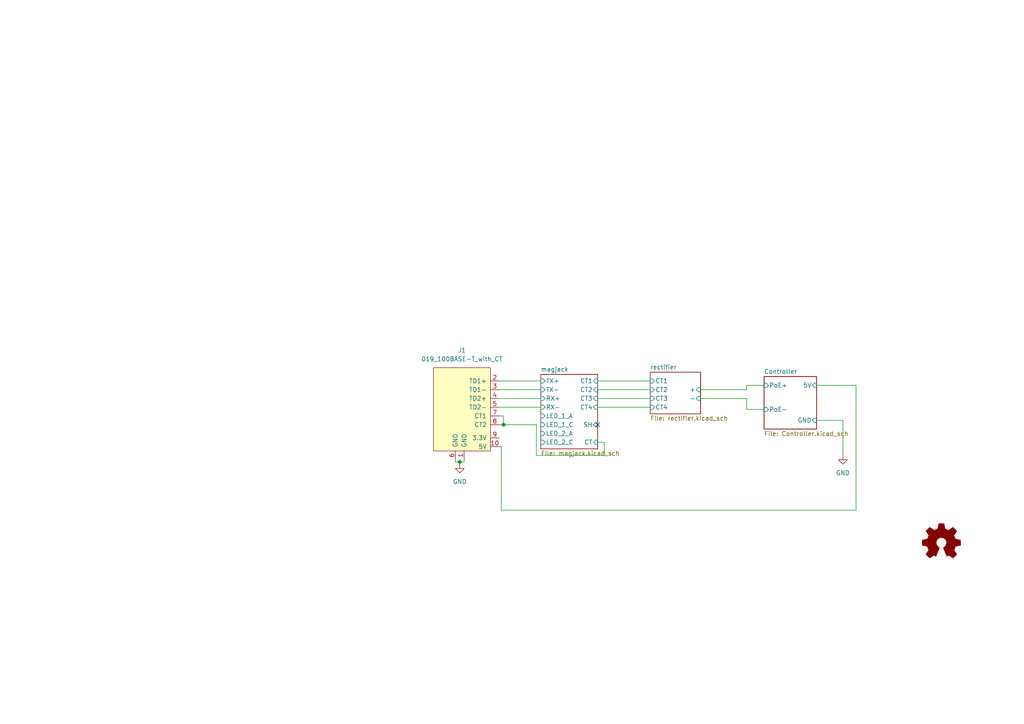
<source format=kicad_sch>
(kicad_sch (version 20211123) (generator eeschema)

  (uuid 57732dd3-1162-4c3f-88bd-31bf473d124d)

  (paper "A4")

  (lib_symbols
    (symbol "Graphic:Logo_Open_Hardware_Small" (pin_names (offset 1.016)) (in_bom yes) (on_board yes)
      (property "Reference" "#LOGO" (id 0) (at 0 6.985 0)
        (effects (font (size 1.27 1.27)) hide)
      )
      (property "Value" "Logo_Open_Hardware_Small" (id 1) (at 0 -5.715 0)
        (effects (font (size 1.27 1.27)) hide)
      )
      (property "Footprint" "" (id 2) (at 0 0 0)
        (effects (font (size 1.27 1.27)) hide)
      )
      (property "Datasheet" "~" (id 3) (at 0 0 0)
        (effects (font (size 1.27 1.27)) hide)
      )
      (property "ki_keywords" "Logo" (id 4) (at 0 0 0)
        (effects (font (size 1.27 1.27)) hide)
      )
      (property "ki_description" "Open Hardware logo, small" (id 5) (at 0 0 0)
        (effects (font (size 1.27 1.27)) hide)
      )
      (symbol "Logo_Open_Hardware_Small_0_1"
        (polyline
          (pts
            (xy 3.3528 -4.3434)
            (xy 3.302 -4.318)
            (xy 3.175 -4.2418)
            (xy 2.9972 -4.1148)
            (xy 2.7686 -3.9624)
            (xy 2.54 -3.81)
            (xy 2.3622 -3.7084)
            (xy 2.2352 -3.6068)
            (xy 2.1844 -3.5814)
            (xy 2.159 -3.6068)
            (xy 2.0574 -3.6576)
            (xy 1.905 -3.7338)
            (xy 1.8034 -3.7846)
            (xy 1.6764 -3.8354)
            (xy 1.6002 -3.8354)
            (xy 1.6002 -3.8354)
            (xy 1.5494 -3.7338)
            (xy 1.4732 -3.5306)
            (xy 1.3462 -3.302)
            (xy 1.2446 -3.0226)
            (xy 1.1176 -2.7178)
            (xy 0.9652 -2.413)
            (xy 0.8636 -2.1082)
            (xy 0.7366 -1.8288)
            (xy 0.6604 -1.6256)
            (xy 0.6096 -1.4732)
            (xy 0.5842 -1.397)
            (xy 0.5842 -1.397)
            (xy 0.6604 -1.3208)
            (xy 0.7874 -1.2446)
            (xy 1.0414 -1.016)
            (xy 1.2954 -0.6858)
            (xy 1.4478 -0.3302)
            (xy 1.524 0.0762)
            (xy 1.4732 0.4572)
            (xy 1.3208 0.8128)
            (xy 1.0668 1.143)
            (xy 0.762 1.3716)
            (xy 0.4064 1.524)
            (xy 0 1.5748)
            (xy -0.381 1.5494)
            (xy -0.7366 1.397)
            (xy -1.0668 1.143)
            (xy -1.2192 0.9906)
            (xy -1.397 0.6604)
            (xy -1.524 0.3048)
            (xy -1.524 0.2286)
            (xy -1.4986 -0.1778)
            (xy -1.397 -0.5334)
            (xy -1.1938 -0.8636)
            (xy -0.9144 -1.143)
            (xy -0.8636 -1.1684)
            (xy -0.7366 -1.27)
            (xy -0.635 -1.3462)
            (xy -0.5842 -1.397)
            (xy -1.0668 -2.5908)
            (xy -1.143 -2.794)
            (xy -1.2954 -3.1242)
            (xy -1.397 -3.4036)
            (xy -1.4986 -3.6322)
            (xy -1.5748 -3.7846)
            (xy -1.6002 -3.8354)
            (xy -1.6002 -3.8354)
            (xy -1.651 -3.8354)
            (xy -1.7272 -3.81)
            (xy -1.905 -3.7338)
            (xy -2.0066 -3.683)
            (xy -2.1336 -3.6068)
            (xy -2.2098 -3.5814)
            (xy -2.2606 -3.6068)
            (xy -2.3622 -3.683)
            (xy -2.54 -3.81)
            (xy -2.7686 -3.9624)
            (xy -2.9718 -4.0894)
            (xy -3.1496 -4.2164)
            (xy -3.302 -4.318)
            (xy -3.3528 -4.3434)
            (xy -3.3782 -4.3434)
            (xy -3.429 -4.318)
            (xy -3.5306 -4.2164)
            (xy -3.7084 -4.064)
            (xy -3.937 -3.8354)
            (xy -3.9624 -3.81)
            (xy -4.1656 -3.6068)
            (xy -4.318 -3.4544)
            (xy -4.4196 -3.3274)
            (xy -4.445 -3.2766)
            (xy -4.445 -3.2766)
            (xy -4.4196 -3.2258)
            (xy -4.318 -3.0734)
            (xy -4.2164 -2.8956)
            (xy -4.064 -2.667)
            (xy -3.6576 -2.0828)
            (xy -3.8862 -1.5494)
            (xy -3.937 -1.3716)
            (xy -4.0386 -1.1684)
            (xy -4.0894 -1.0414)
            (xy -4.1148 -0.9652)
            (xy -4.191 -0.9398)
            (xy -4.318 -0.9144)
            (xy -4.5466 -0.8636)
            (xy -4.8006 -0.8128)
            (xy -5.0546 -0.7874)
            (xy -5.2578 -0.7366)
            (xy -5.4356 -0.7112)
            (xy -5.5118 -0.6858)
            (xy -5.5118 -0.6858)
            (xy -5.5372 -0.635)
            (xy -5.5372 -0.5588)
            (xy -5.5372 -0.4318)
            (xy -5.5626 -0.2286)
            (xy -5.5626 0.0762)
            (xy -5.5626 0.127)
            (xy -5.5372 0.4064)
            (xy -5.5372 0.635)
            (xy -5.5372 0.762)
            (xy -5.5372 0.8382)
            (xy -5.5372 0.8382)
            (xy -5.461 0.8382)
            (xy -5.3086 0.889)
            (xy -5.08 0.9144)
            (xy -4.826 0.9652)
            (xy -4.8006 0.9906)
            (xy -4.5466 1.0414)
            (xy -4.318 1.0668)
            (xy -4.1656 1.1176)
            (xy -4.0894 1.143)
            (xy -4.0894 1.143)
            (xy -4.0386 1.2446)
            (xy -3.9624 1.4224)
            (xy -3.8608 1.6256)
            (xy -3.7846 1.8288)
            (xy -3.7084 2.0066)
            (xy -3.6576 2.159)
            (xy -3.6322 2.2098)
            (xy -3.6322 2.2098)
            (xy -3.683 2.286)
            (xy -3.7592 2.413)
            (xy -3.8862 2.5908)
            (xy -4.064 2.8194)
            (xy -4.064 2.8448)
            (xy -4.2164 3.0734)
            (xy -4.3434 3.2512)
            (xy -4.4196 3.3782)
            (xy -4.445 3.4544)
            (xy -4.445 3.4544)
            (xy -4.3942 3.5052)
            (xy -4.2926 3.6322)
            (xy -4.1148 3.81)
            (xy -3.937 4.0132)
            (xy -3.8608 4.064)
            (xy -3.6576 4.2926)
            (xy -3.5052 4.4196)
            (xy -3.4036 4.4958)
            (xy -3.3528 4.5212)
            (xy -3.3528 4.5212)
            (xy -3.302 4.4704)
            (xy -3.1496 4.3688)
            (xy -2.9718 4.2418)
            (xy -2.7432 4.0894)
            (xy -2.7178 4.0894)
            (xy -2.4892 3.937)
            (xy -2.3114 3.81)
            (xy -2.1844 3.7084)
            (xy -2.1336 3.683)
            (xy -2.1082 3.683)
            (xy -2.032 3.7084)
            (xy -1.8542 3.7592)
            (xy -1.6764 3.8354)
            (xy -1.4732 3.937)
            (xy -1.27 4.0132)
            (xy -1.143 4.064)
            (xy -1.0668 4.1148)
            (xy -1.0668 4.1148)
            (xy -1.0414 4.191)
            (xy -1.016 4.3434)
            (xy -0.9652 4.572)
            (xy -0.9144 4.8514)
            (xy -0.889 4.9022)
            (xy -0.8382 5.1562)
            (xy -0.8128 5.3848)
            (xy -0.7874 5.5372)
            (xy -0.762 5.588)
            (xy -0.7112 5.6134)
            (xy -0.5842 5.6134)
            (xy -0.4064 5.6134)
            (xy -0.1524 5.6134)
            (xy 0.0762 5.6134)
            (xy 0.3302 5.6134)
            (xy 0.5334 5.6134)
            (xy 0.6858 5.588)
            (xy 0.7366 5.588)
            (xy 0.7366 5.588)
            (xy 0.762 5.5118)
            (xy 0.8128 5.334)
            (xy 0.8382 5.1054)
            (xy 0.9144 4.826)
            (xy 0.9144 4.7752)
            (xy 0.9652 4.5212)
            (xy 1.016 4.2926)
            (xy 1.0414 4.1402)
            (xy 1.0668 4.0894)
            (xy 1.0668 4.0894)
            (xy 1.1938 4.0386)
            (xy 1.3716 3.9624)
            (xy 1.5748 3.8608)
            (xy 2.0828 3.6576)
            (xy 2.7178 4.0894)
            (xy 2.7686 4.1402)
            (xy 2.9972 4.2926)
            (xy 3.175 4.4196)
            (xy 3.302 4.4958)
            (xy 3.3782 4.5212)
            (xy 3.3782 4.5212)
            (xy 3.429 4.4704)
            (xy 3.556 4.3434)
            (xy 3.7338 4.191)
            (xy 3.9116 3.9878)
            (xy 4.064 3.8354)
            (xy 4.2418 3.6576)
            (xy 4.3434 3.556)
            (xy 4.4196 3.4798)
            (xy 4.4196 3.429)
            (xy 4.4196 3.4036)
            (xy 4.3942 3.3274)
            (xy 4.2926 3.2004)
            (xy 4.1656 2.9972)
            (xy 4.0132 2.794)
            (xy 3.8862 2.5908)
            (xy 3.7592 2.3876)
            (xy 3.6576 2.2352)
            (xy 3.6322 2.159)
            (xy 3.6322 2.1336)
            (xy 3.683 2.0066)
            (xy 3.7592 1.8288)
            (xy 3.8608 1.6002)
            (xy 4.064 1.1176)
            (xy 4.3942 1.0414)
            (xy 4.5974 1.016)
            (xy 4.8768 0.9652)
            (xy 5.1308 0.9144)
            (xy 5.5372 0.8382)
            (xy 5.5626 -0.6604)
            (xy 5.4864 -0.6858)
            (xy 5.4356 -0.6858)
            (xy 5.2832 -0.7366)
            (xy 5.0546 -0.762)
            (xy 4.8006 -0.8128)
            (xy 4.5974 -0.8636)
            (xy 4.3688 -0.9144)
            (xy 4.2164 -0.9398)
            (xy 4.1402 -0.9398)
            (xy 4.1148 -0.9652)
            (xy 4.064 -1.0668)
            (xy 3.9878 -1.2446)
            (xy 3.9116 -1.4478)
            (xy 3.81 -1.651)
            (xy 3.7338 -1.8542)
            (xy 3.683 -2.0066)
            (xy 3.6576 -2.0828)
            (xy 3.683 -2.1336)
            (xy 3.7846 -2.2606)
            (xy 3.8862 -2.4638)
            (xy 4.0386 -2.667)
            (xy 4.191 -2.8956)
            (xy 4.318 -3.0734)
            (xy 4.3942 -3.2004)
            (xy 4.445 -3.2766)
            (xy 4.4196 -3.3274)
            (xy 4.3434 -3.429)
            (xy 4.1656 -3.5814)
            (xy 3.937 -3.8354)
            (xy 3.8862 -3.8608)
            (xy 3.683 -4.064)
            (xy 3.5306 -4.2164)
            (xy 3.4036 -4.318)
            (xy 3.3528 -4.3434)
          )
          (stroke (width 0) (type default) (color 0 0 0 0))
          (fill (type outline))
        )
      )
    )
    (symbol "power:GND" (power) (pin_names (offset 0)) (in_bom yes) (on_board yes)
      (property "Reference" "#PWR" (id 0) (at 0 -6.35 0)
        (effects (font (size 1.27 1.27)) hide)
      )
      (property "Value" "GND" (id 1) (at 0 -3.81 0)
        (effects (font (size 1.27 1.27)))
      )
      (property "Footprint" "" (id 2) (at 0 0 0)
        (effects (font (size 1.27 1.27)) hide)
      )
      (property "Datasheet" "" (id 3) (at 0 0 0)
        (effects (font (size 1.27 1.27)) hide)
      )
      (property "ki_keywords" "power-flag" (id 4) (at 0 0 0)
        (effects (font (size 1.27 1.27)) hide)
      )
      (property "ki_description" "Power symbol creates a global label with name \"GND\" , ground" (id 5) (at 0 0 0)
        (effects (font (size 1.27 1.27)) hide)
      )
      (symbol "GND_0_1"
        (polyline
          (pts
            (xy 0 0)
            (xy 0 -1.27)
            (xy 1.27 -1.27)
            (xy 0 -2.54)
            (xy -1.27 -1.27)
            (xy 0 -1.27)
          )
          (stroke (width 0) (type default) (color 0 0 0 0))
          (fill (type none))
        )
      )
      (symbol "GND_1_1"
        (pin power_in line (at 0 0 270) (length 0) hide
          (name "GND" (effects (font (size 1.27 1.27))))
          (number "1" (effects (font (size 1.27 1.27))))
        )
      )
    )
    (symbol "put_on_edge:019_100BASE-T_with_CT" (pin_names (offset 1.016)) (in_bom yes) (on_board yes)
      (property "Reference" "J" (id 0) (at -2.54 13.97 0)
        (effects (font (size 1.27 1.27)))
      )
      (property "Value" "019_100BASE-T_with_CT" (id 1) (at 8.89 13.97 0)
        (effects (font (size 1.27 1.27)))
      )
      (property "Footprint" "" (id 2) (at 7.62 16.51 0)
        (effects (font (size 1.27 1.27)) hide)
      )
      (property "Datasheet" "" (id 3) (at 7.62 16.51 0)
        (effects (font (size 1.27 1.27)) hide)
      )
      (symbol "019_100BASE-T_with_CT_0_1"
        (rectangle (start -8.89 12.7) (end 7.62 -11.43)
          (stroke (width 0) (type default) (color 0 0 0 0))
          (fill (type background))
        )
      )
      (symbol "019_100BASE-T_with_CT_1_1"
        (pin power_in line (at -1.27 -13.97 90) (length 2.54)
          (name "GND" (effects (font (size 1.27 1.27))))
          (number "1" (effects (font (size 1.27 1.27))))
        )
        (pin bidirectional line (at -11.43 -10.16 0) (length 2.54)
          (name "5V" (effects (font (size 1.27 1.27))))
          (number "10" (effects (font (size 1.27 1.27))))
        )
        (pin bidirectional line (at -11.43 8.89 0) (length 2.54)
          (name "TD1+" (effects (font (size 1.27 1.27))))
          (number "2" (effects (font (size 1.27 1.27))))
        )
        (pin bidirectional line (at -11.43 6.35 0) (length 2.54)
          (name "TD1-" (effects (font (size 1.27 1.27))))
          (number "3" (effects (font (size 1.27 1.27))))
        )
        (pin bidirectional line (at -11.43 3.81 0) (length 2.54)
          (name "TD2+" (effects (font (size 1.27 1.27))))
          (number "4" (effects (font (size 1.27 1.27))))
        )
        (pin bidirectional line (at -11.43 1.27 0) (length 2.54)
          (name "TD2-" (effects (font (size 1.27 1.27))))
          (number "5" (effects (font (size 1.27 1.27))))
        )
        (pin power_in line (at 1.27 -13.97 90) (length 2.54)
          (name "GND" (effects (font (size 1.27 1.27))))
          (number "6" (effects (font (size 1.27 1.27))))
        )
        (pin bidirectional line (at -11.43 -1.27 0) (length 2.54)
          (name "CT1" (effects (font (size 1.27 1.27))))
          (number "7" (effects (font (size 1.27 1.27))))
        )
        (pin bidirectional line (at -11.43 -3.81 0) (length 2.54)
          (name "CT2" (effects (font (size 1.27 1.27))))
          (number "8" (effects (font (size 1.27 1.27))))
        )
        (pin bidirectional line (at -11.43 -7.62 0) (length 2.54)
          (name "3.3V" (effects (font (size 1.27 1.27))))
          (number "9" (effects (font (size 1.27 1.27))))
        )
      )
    )
  )

  (junction (at 133.35 133.985) (diameter 0) (color 0 0 0 0)
    (uuid 74f39673-e17a-4057-a782-91f6933db903)
  )
  (junction (at 146.05 123.19) (diameter 0) (color 0 0 0 0)
    (uuid 9efdc2c3-3b63-4025-9474-145cf1c9950b)
  )

  (no_connect (at 173.355 123.19) (uuid 6ca741f3-381f-47ba-a24e-cea545d88a4f))

  (wire (pts (xy 173.355 118.11) (xy 188.595 118.11))
    (stroke (width 0) (type default) (color 0 0 0 0))
    (uuid 0a3cae1e-0f31-4607-99de-4a5bbd5fa4fc)
  )
  (wire (pts (xy 203.2 113.03) (xy 216.535 113.03))
    (stroke (width 0) (type default) (color 0 0 0 0))
    (uuid 1f6123b3-521e-4f48-8a56-6badc1e4c8b5)
  )
  (wire (pts (xy 132.08 133.35) (xy 132.08 133.985))
    (stroke (width 0) (type default) (color 0 0 0 0))
    (uuid 21bdfa32-7571-43bf-9d5b-68cd35e8b644)
  )
  (wire (pts (xy 144.78 113.03) (xy 156.845 113.03))
    (stroke (width 0) (type default) (color 0 0 0 0))
    (uuid 24955604-bb62-408d-ac14-c2efe46c027a)
  )
  (wire (pts (xy 173.355 115.57) (xy 188.595 115.57))
    (stroke (width 0) (type default) (color 0 0 0 0))
    (uuid 24afc82e-0e78-41ae-b3ef-33eb58925d19)
  )
  (wire (pts (xy 175.26 132.08) (xy 175.26 128.27))
    (stroke (width 0) (type default) (color 0 0 0 0))
    (uuid 2cbef9e9-c69a-45bf-963f-774d9904f011)
  )
  (wire (pts (xy 146.05 123.19) (xy 146.05 120.65))
    (stroke (width 0) (type default) (color 0 0 0 0))
    (uuid 3db95ca7-4cce-4f55-971c-611e0519f05a)
  )
  (wire (pts (xy 144.78 118.11) (xy 156.845 118.11))
    (stroke (width 0) (type default) (color 0 0 0 0))
    (uuid 4b35de2e-f0b4-4884-a7f0-5f7a3b366f47)
  )
  (wire (pts (xy 144.78 120.65) (xy 146.05 120.65))
    (stroke (width 0) (type default) (color 0 0 0 0))
    (uuid 56991e3d-9aa8-4358-bebc-a866d0ebc477)
  )
  (wire (pts (xy 248.285 147.955) (xy 145.415 147.955))
    (stroke (width 0) (type default) (color 0 0 0 0))
    (uuid 5b793fda-2863-41dc-b584-7c7f714aa636)
  )
  (wire (pts (xy 146.05 123.19) (xy 155.575 123.19))
    (stroke (width 0) (type default) (color 0 0 0 0))
    (uuid 705eea92-f665-46e4-918f-9cedb36fd892)
  )
  (wire (pts (xy 173.355 110.49) (xy 188.595 110.49))
    (stroke (width 0) (type default) (color 0 0 0 0))
    (uuid 7197decf-8925-427a-94a5-a9f135d92545)
  )
  (wire (pts (xy 216.535 113.03) (xy 216.535 111.76))
    (stroke (width 0) (type default) (color 0 0 0 0))
    (uuid 7a12162c-1936-401e-8043-003d49e3352d)
  )
  (wire (pts (xy 236.855 121.92) (xy 244.475 121.92))
    (stroke (width 0) (type default) (color 0 0 0 0))
    (uuid 7a2abbcb-609d-4fa7-abe3-f8a3674c6a1f)
  )
  (wire (pts (xy 145.415 129.54) (xy 144.78 129.54))
    (stroke (width 0) (type default) (color 0 0 0 0))
    (uuid 7ec4262d-9b91-45a6-bd9f-72876037190a)
  )
  (wire (pts (xy 203.2 115.57) (xy 216.535 115.57))
    (stroke (width 0) (type default) (color 0 0 0 0))
    (uuid 86233944-8576-4747-800a-140755b501cf)
  )
  (wire (pts (xy 145.415 147.955) (xy 145.415 129.54))
    (stroke (width 0) (type default) (color 0 0 0 0))
    (uuid 87920b3c-08ce-4cb4-a250-862b5426617b)
  )
  (wire (pts (xy 155.575 123.19) (xy 155.575 132.08))
    (stroke (width 0) (type default) (color 0 0 0 0))
    (uuid 8c2d887c-fd12-44b6-b684-ad9fa836a873)
  )
  (wire (pts (xy 133.35 133.985) (xy 134.62 133.985))
    (stroke (width 0) (type default) (color 0 0 0 0))
    (uuid 9103c629-d77a-43ee-bcd1-149a6e4c4d87)
  )
  (wire (pts (xy 216.535 115.57) (xy 216.535 118.745))
    (stroke (width 0) (type default) (color 0 0 0 0))
    (uuid 99f1afd3-2811-42e6-b514-ff9881de2940)
  )
  (wire (pts (xy 175.26 128.27) (xy 173.355 128.27))
    (stroke (width 0) (type default) (color 0 0 0 0))
    (uuid 9f7142ac-34de-4241-a8a3-992496706246)
  )
  (wire (pts (xy 244.475 121.92) (xy 244.475 132.08))
    (stroke (width 0) (type default) (color 0 0 0 0))
    (uuid a40be759-f5bd-4a2c-b62f-c1b1e7723ade)
  )
  (wire (pts (xy 216.535 111.76) (xy 221.615 111.76))
    (stroke (width 0) (type default) (color 0 0 0 0))
    (uuid a93c4495-8c93-46cc-8fb8-d32bf7cd2f47)
  )
  (wire (pts (xy 155.575 132.08) (xy 175.26 132.08))
    (stroke (width 0) (type default) (color 0 0 0 0))
    (uuid bdb7d29c-e194-4f7c-a455-1f438bd94b40)
  )
  (wire (pts (xy 248.285 111.76) (xy 248.285 147.955))
    (stroke (width 0) (type default) (color 0 0 0 0))
    (uuid c3f58813-c4d0-4bfc-a365-9b9e5597f489)
  )
  (wire (pts (xy 236.855 111.76) (xy 248.285 111.76))
    (stroke (width 0) (type default) (color 0 0 0 0))
    (uuid c9314fc4-f85a-4ef3-9b53-c7beadfd8dee)
  )
  (wire (pts (xy 132.08 133.985) (xy 133.35 133.985))
    (stroke (width 0) (type default) (color 0 0 0 0))
    (uuid caa6b2be-0b52-4338-b344-4b320fe4b55c)
  )
  (wire (pts (xy 144.78 123.19) (xy 146.05 123.19))
    (stroke (width 0) (type default) (color 0 0 0 0))
    (uuid cad102db-09a9-492d-954b-8d821931c15e)
  )
  (wire (pts (xy 134.62 133.985) (xy 134.62 133.35))
    (stroke (width 0) (type default) (color 0 0 0 0))
    (uuid d18d0a55-1d72-4fa6-b2ce-53c254f272a9)
  )
  (wire (pts (xy 144.78 115.57) (xy 156.845 115.57))
    (stroke (width 0) (type default) (color 0 0 0 0))
    (uuid e3ae179d-1c08-4a9e-9e90-94f57440f095)
  )
  (wire (pts (xy 144.78 110.49) (xy 156.845 110.49))
    (stroke (width 0) (type default) (color 0 0 0 0))
    (uuid e55644e7-b7bc-4acf-9517-acc1a6306117)
  )
  (wire (pts (xy 173.355 113.03) (xy 188.595 113.03))
    (stroke (width 0) (type default) (color 0 0 0 0))
    (uuid e63b815d-ed88-4b63-a170-22edcc7d0833)
  )
  (wire (pts (xy 216.535 118.745) (xy 221.615 118.745))
    (stroke (width 0) (type default) (color 0 0 0 0))
    (uuid e864d19a-b8f6-4ac3-91cc-680509b0f458)
  )
  (wire (pts (xy 133.35 133.985) (xy 133.35 134.62))
    (stroke (width 0) (type default) (color 0 0 0 0))
    (uuid eaeaad6b-c5e7-4e8e-8ab0-2b75f844839d)
  )

  (symbol (lib_id "put_on_edge:019_100BASE-T_with_CT") (at 133.35 119.38 0) (mirror y) (unit 1)
    (in_bom yes) (on_board yes) (fields_autoplaced)
    (uuid 0a2dac5d-d6dd-48e9-abea-73bb0fa62bb0)
    (property "Reference" "J1" (id 0) (at 133.985 101.6 0))
    (property "Value" "019_100BASE-T_with_CT" (id 1) (at 133.985 104.14 0))
    (property "Footprint" "on_edge:on_edge_2x05_device" (id 2) (at 125.73 102.87 0)
      (effects (font (size 1.27 1.27)) hide)
    )
    (property "Datasheet" "" (id 3) (at 125.73 102.87 0)
      (effects (font (size 1.27 1.27)) hide)
    )
    (pin "1" (uuid 73ea4fee-dda3-41e2-8aed-67c07f681bc3))
    (pin "10" (uuid 0383cf13-6ed1-482b-b5c1-1c10f2a948b3))
    (pin "2" (uuid f52fd41c-bcd0-43b0-9ea7-1ea477572afc))
    (pin "3" (uuid c1612887-086e-4bbe-ac68-ba8f4a3fd474))
    (pin "4" (uuid a7409879-b26b-4de8-9c45-ac22860a11f6))
    (pin "5" (uuid 18a29370-ae28-4979-b1cb-935cc53a1ba2))
    (pin "6" (uuid 4f940170-6b49-4c09-82b6-340c8e1812eb))
    (pin "7" (uuid 41275c6c-a71f-4bdc-aea5-e72518d948d4))
    (pin "8" (uuid 261e799b-0144-41bc-9226-dfdb04a69447))
    (pin "9" (uuid bb98f384-5345-4ff7-86ef-06e3c45374d5))
  )

  (symbol (lib_id "power:GND") (at 133.35 134.62 0) (unit 1)
    (in_bom yes) (on_board yes) (fields_autoplaced)
    (uuid 3de2bc75-2864-4196-8d3a-ec935d3ca191)
    (property "Reference" "#PWR0101" (id 0) (at 133.35 140.97 0)
      (effects (font (size 1.27 1.27)) hide)
    )
    (property "Value" "GND" (id 1) (at 133.35 139.7 0))
    (property "Footprint" "" (id 2) (at 133.35 134.62 0)
      (effects (font (size 1.27 1.27)) hide)
    )
    (property "Datasheet" "" (id 3) (at 133.35 134.62 0)
      (effects (font (size 1.27 1.27)) hide)
    )
    (pin "1" (uuid 139e5658-51d2-41dd-8040-1fe31c15bbf8))
  )

  (symbol (lib_id "power:GND") (at 244.475 132.08 0) (unit 1)
    (in_bom yes) (on_board yes) (fields_autoplaced)
    (uuid b5958d06-515d-42ff-b65c-f0f2d3b78f45)
    (property "Reference" "#PWR0102" (id 0) (at 244.475 138.43 0)
      (effects (font (size 1.27 1.27)) hide)
    )
    (property "Value" "GND" (id 1) (at 244.475 137.16 0))
    (property "Footprint" "" (id 2) (at 244.475 132.08 0)
      (effects (font (size 1.27 1.27)) hide)
    )
    (property "Datasheet" "" (id 3) (at 244.475 132.08 0)
      (effects (font (size 1.27 1.27)) hide)
    )
    (pin "1" (uuid 0d6fc0ea-15bd-4e01-9bb3-5e6455c02e0e))
  )

  (symbol (lib_id "Graphic:Logo_Open_Hardware_Small") (at 273.05 157.48 0) (unit 1)
    (in_bom yes) (on_board yes) (fields_autoplaced)
    (uuid b72b6f4a-7489-40f2-bb90-d75ae01aa368)
    (property "Reference" "LOGO1" (id 0) (at 273.05 150.495 0)
      (effects (font (size 1.27 1.27)) hide)
    )
    (property "Value" "Logo_Open_Hardware_Small" (id 1) (at 273.05 163.195 0)
      (effects (font (size 1.27 1.27)) hide)
    )
    (property "Footprint" "Symbol:OSHW-Symbol_6.7x6mm_SilkScreen" (id 2) (at 273.05 157.48 0)
      (effects (font (size 1.27 1.27)) hide)
    )
    (property "Datasheet" "~" (id 3) (at 273.05 157.48 0)
      (effects (font (size 1.27 1.27)) hide)
    )
  )

  (sheet (at 188.595 107.95) (size 14.605 12.065) (fields_autoplaced)
    (stroke (width 0.1524) (type solid) (color 0 0 0 0))
    (fill (color 0 0 0 0.0000))
    (uuid 03f5896e-54aa-4f2a-ae36-0784ed9a7abd)
    (property "Sheet name" "rectifier" (id 0) (at 188.595 107.2384 0)
      (effects (font (size 1.27 1.27)) (justify left bottom))
    )
    (property "Sheet file" "rectifier.kicad_sch" (id 1) (at 188.595 120.5996 0)
      (effects (font (size 1.27 1.27)) (justify left top))
    )
    (pin "CT2" input (at 188.595 113.03 180)
      (effects (font (size 1.27 1.27)) (justify left))
      (uuid 5f826e2b-6568-4aa6-8af9-c7c23799f120)
    )
    (pin "CT3" input (at 188.595 115.57 180)
      (effects (font (size 1.27 1.27)) (justify left))
      (uuid be61bf49-36b2-4a5a-856f-777d9a7fdde1)
    )
    (pin "+" input (at 203.2 113.03 0)
      (effects (font (size 1.27 1.27)) (justify right))
      (uuid d1c77df2-6955-4a5c-88c5-b36fae849595)
    )
    (pin "CT4" input (at 188.595 118.11 180)
      (effects (font (size 1.27 1.27)) (justify left))
      (uuid 67f65675-93a0-4be3-a025-72488278d1cb)
    )
    (pin "CT1" input (at 188.595 110.49 180)
      (effects (font (size 1.27 1.27)) (justify left))
      (uuid 5189ba41-cc9e-4b3b-a8ac-6f2ad6f09827)
    )
    (pin "-" input (at 203.2 115.57 0)
      (effects (font (size 1.27 1.27)) (justify right))
      (uuid e74f9f6c-055d-4403-b395-4166f632c595)
    )
  )

  (sheet (at 156.845 108.585) (size 16.51 21.59) (fields_autoplaced)
    (stroke (width 0.1524) (type solid) (color 0 0 0 0))
    (fill (color 0 0 0 0.0000))
    (uuid c5ffe30d-7e51-4dad-b268-ea446309615a)
    (property "Sheet name" "magjack" (id 0) (at 156.845 107.8734 0)
      (effects (font (size 1.27 1.27)) (justify left bottom))
    )
    (property "Sheet file" "magjack.kicad_sch" (id 1) (at 156.845 130.7596 0)
      (effects (font (size 1.27 1.27)) (justify left top))
    )
    (pin "CT2" input (at 173.355 113.03 0)
      (effects (font (size 1.27 1.27)) (justify right))
      (uuid 8097c5b2-9c41-434f-82e5-db0d4943e7e7)
    )
    (pin "TX-" input (at 156.845 113.03 180)
      (effects (font (size 1.27 1.27)) (justify left))
      (uuid 1917f45c-6694-4bc2-859e-500b64acc149)
    )
    (pin "RX-" input (at 156.845 118.11 180)
      (effects (font (size 1.27 1.27)) (justify left))
      (uuid 34be782a-05eb-4294-9d2d-78364f3ec8c9)
    )
    (pin "RX+" input (at 156.845 115.57 180)
      (effects (font (size 1.27 1.27)) (justify left))
      (uuid d379194d-9c17-4d11-ba9a-f275c91fcc6c)
    )
    (pin "LED_1_A" input (at 156.845 120.65 180)
      (effects (font (size 1.27 1.27)) (justify left))
      (uuid f889c03c-f734-4ddf-a2b9-071d47ace700)
    )
    (pin "LED_1_C" input (at 156.845 123.19 180)
      (effects (font (size 1.27 1.27)) (justify left))
      (uuid 09b1074d-f0d8-4290-95c6-0d0a4897ae8c)
    )
    (pin "LED_2_A" input (at 156.845 125.73 180)
      (effects (font (size 1.27 1.27)) (justify left))
      (uuid 1ac9c5de-dfad-455c-8f10-40ba283a7166)
    )
    (pin "LED_2_C" input (at 156.845 128.27 180)
      (effects (font (size 1.27 1.27)) (justify left))
      (uuid 0c7d5501-4d9c-4610-85c1-df551a1ad63b)
    )
    (pin "CT1" input (at 173.355 110.49 0)
      (effects (font (size 1.27 1.27)) (justify right))
      (uuid 1806378d-69bb-4988-b957-72508f913154)
    )
    (pin "CT3" input (at 173.355 115.57 0)
      (effects (font (size 1.27 1.27)) (justify right))
      (uuid 5b0db43f-852f-472e-a399-809f15416a6f)
    )
    (pin "CT4" input (at 173.355 118.11 0)
      (effects (font (size 1.27 1.27)) (justify right))
      (uuid 3c0e8041-ea30-41ba-a38f-3e71052d43d1)
    )
    (pin "SH" input (at 173.355 123.19 0)
      (effects (font (size 1.27 1.27)) (justify right))
      (uuid fa869fd1-fd0e-4677-879b-07cef8196a6e)
    )
    (pin "TX+" input (at 156.845 110.49 180)
      (effects (font (size 1.27 1.27)) (justify left))
      (uuid 6b7150a7-2666-4b8e-995a-5930d9554f74)
    )
    (pin "CT" input (at 173.355 128.27 0)
      (effects (font (size 1.27 1.27)) (justify right))
      (uuid 203ff4a7-1495-452d-a339-84c9373997df)
    )
  )

  (sheet (at 221.615 109.22) (size 15.24 15.24) (fields_autoplaced)
    (stroke (width 0) (type solid) (color 0 0 0 0))
    (fill (color 0 0 0 0.0000))
    (uuid e53f4be2-463e-4465-a620-7bfbc0bdf37f)
    (property "Sheet name" "Controller" (id 0) (at 221.615 108.5084 0)
      (effects (font (size 1.27 1.27)) (justify left bottom))
    )
    (property "Sheet file" "Controller.kicad_sch" (id 1) (at 221.615 125.0446 0)
      (effects (font (size 1.27 1.27)) (justify left top))
    )
    (pin "PoE-" input (at 221.615 118.745 180)
      (effects (font (size 1.27 1.27)) (justify left))
      (uuid 4863c2ea-43d9-433c-a3ad-770f3f19d194)
    )
    (pin "PoE+" input (at 221.615 111.76 180)
      (effects (font (size 1.27 1.27)) (justify left))
      (uuid c04302e5-8258-4e05-9285-90cbb6a82735)
    )
    (pin "5V" input (at 236.855 111.76 0)
      (effects (font (size 1.27 1.27)) (justify right))
      (uuid fde75908-27de-4afc-a344-1360f773b17d)
    )
    (pin "GND" input (at 236.855 121.92 0)
      (effects (font (size 1.27 1.27)) (justify right))
      (uuid 48860948-7f47-4420-a195-76ac8e52f0bf)
    )
  )

  (sheet_instances
    (path "/" (page "1"))
    (path "/03f5896e-54aa-4f2a-ae36-0784ed9a7abd" (page "2"))
    (path "/e53f4be2-463e-4465-a620-7bfbc0bdf37f" (page "3"))
    (path "/c5ffe30d-7e51-4dad-b268-ea446309615a" (page "4"))
  )

  (symbol_instances
    (path "/3de2bc75-2864-4196-8d3a-ec935d3ca191"
      (reference "#PWR0101") (unit 1) (value "GND") (footprint "")
    )
    (path "/b5958d06-515d-42ff-b65c-f0f2d3b78f45"
      (reference "#PWR0102") (unit 1) (value "GND") (footprint "")
    )
    (path "/e53f4be2-463e-4465-a620-7bfbc0bdf37f/00000000-0000-0000-0000-000060a06e25"
      (reference "C1") (unit 1) (value "100n") (footprint "Capacitor_SMD:C_0603_1608Metric")
    )
    (path "/e53f4be2-463e-4465-a620-7bfbc0bdf37f/00000000-0000-0000-0000-000060a18fd2"
      (reference "C2") (unit 1) (value "2.2uF") (footprint "Capacitor_SMD:C_1210_3225Metric")
    )
    (path "/e53f4be2-463e-4465-a620-7bfbc0bdf37f/00000000-0000-0000-0000-000060a1ec7f"
      (reference "C3") (unit 1) (value "100nF") (footprint "Capacitor_SMD:C_0402_1005Metric")
    )
    (path "/e53f4be2-463e-4465-a620-7bfbc0bdf37f/00000000-0000-0000-0000-000060a13580"
      (reference "C4") (unit 1) (value "10nF") (footprint "Capacitor_SMD:C_0603_1608Metric")
    )
    (path "/e53f4be2-463e-4465-a620-7bfbc0bdf37f/00000000-0000-0000-0000-000060a193fd"
      (reference "C5") (unit 1) (value "2.2uF") (footprint "Capacitor_SMD:C_1210_3225Metric")
    )
    (path "/e53f4be2-463e-4465-a620-7bfbc0bdf37f/00000000-0000-0000-0000-000060a19703"
      (reference "C6") (unit 1) (value "2.2uF") (footprint "Capacitor_SMD:C_1210_3225Metric")
    )
    (path "/e53f4be2-463e-4465-a620-7bfbc0bdf37f/00000000-0000-0000-0000-000060a19a37"
      (reference "C7") (unit 1) (value "2.2uF") (footprint "Capacitor_SMD:C_1210_3225Metric")
    )
    (path "/e53f4be2-463e-4465-a620-7bfbc0bdf37f/00000000-0000-0000-0000-000060a945db"
      (reference "C8") (unit 1) (value "1nF") (footprint "Capacitor_SMD:C_1812_4532Metric")
    )
    (path "/e53f4be2-463e-4465-a620-7bfbc0bdf37f/00000000-0000-0000-0000-000060a486c8"
      (reference "C9") (unit 1) (value "10n") (footprint "Capacitor_SMD:C_0603_1608Metric")
    )
    (path "/e53f4be2-463e-4465-a620-7bfbc0bdf37f/00000000-0000-0000-0000-000060a4fedc"
      (reference "C10") (unit 1) (value "22uF") (footprint "Capacitor_SMD:C_0805_2012Metric")
    )
    (path "/e53f4be2-463e-4465-a620-7bfbc0bdf37f/00000000-0000-0000-0000-000060a50237"
      (reference "C11") (unit 1) (value "22uF") (footprint "Capacitor_SMD:C_0805_2012Metric")
    )
    (path "/e53f4be2-463e-4465-a620-7bfbc0bdf37f/00000000-0000-0000-0000-000060a5bd63"
      (reference "C12") (unit 1) (value "220u") (footprint "Capacitor_Tantalum_SMD:CP_EIA-7343-31_Kemet-D")
    )
    (path "/03f5896e-54aa-4f2a-ae36-0784ed9a7abd/0f80cd01-f223-4c70-861f-2840449cf179"
      (reference "D1") (unit 1) (value "BAV99") (footprint "Package_TO_SOT_SMD:SOT-23")
    )
    (path "/03f5896e-54aa-4f2a-ae36-0784ed9a7abd/52ca500f-28cc-480c-865f-c7f65adc0be8"
      (reference "D2") (unit 1) (value "BAV99") (footprint "Package_TO_SOT_SMD:SOT-23")
    )
    (path "/e53f4be2-463e-4465-a620-7bfbc0bdf37f/00000000-0000-0000-0000-000060a1507f"
      (reference "D3") (unit 1) (value "BAV21WS-HE3-18") (footprint "Diode_SMD:D_SOD-323_HandSoldering")
    )
    (path "/e53f4be2-463e-4465-a620-7bfbc0bdf37f/00000000-0000-0000-0000-000060a1c97a"
      (reference "D4") (unit 1) (value "1N4148") (footprint "Diode_SMD:D_SOD-323_HandSoldering")
    )
    (path "/e53f4be2-463e-4465-a620-7bfbc0bdf37f/00000000-0000-0000-0000-000060a3d3c1"
      (reference "D5") (unit 1) (value "CUS15S30,H3F") (footprint "Diode_SMD:D_SOD-323_HandSoldering")
    )
    (path "/03f5896e-54aa-4f2a-ae36-0784ed9a7abd/6438c054-c787-4bd3-a93b-336c1f69863d"
      (reference "D6") (unit 1) (value "BAV99") (footprint "Package_TO_SOT_SMD:SOT-23")
    )
    (path "/03f5896e-54aa-4f2a-ae36-0784ed9a7abd/2fceed7e-4141-4208-b7da-ba6f2e65612e"
      (reference "D7") (unit 1) (value "BAV99") (footprint "Package_TO_SOT_SMD:SOT-23")
    )
    (path "/0a2dac5d-d6dd-48e9-abea-73bb0fa62bb0"
      (reference "J1") (unit 1) (value "019_100BASE-T_with_CT") (footprint "on_edge:on_edge_2x05_device")
    )
    (path "/c5ffe30d-7e51-4dad-b268-ea446309615a/1e9ec294-a74b-4fdd-974b-73fe9b2595ad"
      (reference "J2") (unit 1) (value "LPJ4265BDNL") (footprint "b135:LPJ4265BDNL")
    )
    (path "/b72b6f4a-7489-40f2-bb90-d75ae01aa368"
      (reference "LOGO1") (unit 1) (value "Logo_Open_Hardware_Small") (footprint "Symbol:OSHW-Symbol_6.7x6mm_SilkScreen")
    )
    (path "/e53f4be2-463e-4465-a620-7bfbc0bdf37f/00000000-0000-0000-0000-000060a08fa6"
      (reference "R1") (unit 1) (value "41.2R") (footprint "Resistor_SMD:R_0603_1608Metric")
    )
    (path "/e53f4be2-463e-4465-a620-7bfbc0bdf37f/00000000-0000-0000-0000-000060a0839d"
      (reference "R2") (unit 1) (value "24.9k") (footprint "Resistor_SMD:R_0603_1608Metric")
    )
    (path "/e53f4be2-463e-4465-a620-7bfbc0bdf37f/00000000-0000-0000-0000-000060a2372f"
      (reference "R3") (unit 1) (value "100k") (footprint "Resistor_SMD:R_0402_1005Metric")
    )
    (path "/e53f4be2-463e-4465-a620-7bfbc0bdf37f/00000000-0000-0000-0000-000060a12ead"
      (reference "R4") (unit 1) (value "10k") (footprint "Resistor_SMD:R_0603_1608Metric")
    )
    (path "/e53f4be2-463e-4465-a620-7bfbc0bdf37f/00000000-0000-0000-0000-000060a216c3"
      (reference "R5") (unit 1) (value "5k") (footprint "Resistor_SMD:R_0402_1005Metric")
    )
    (path "/e53f4be2-463e-4465-a620-7bfbc0bdf37f/00000000-0000-0000-0000-000060a2d79d"
      (reference "R6") (unit 1) (value "20k") (footprint "Resistor_SMD:R_0402_1005Metric")
    )
    (path "/e53f4be2-463e-4465-a620-7bfbc0bdf37f/00000000-0000-0000-0000-000060a2d39d"
      (reference "R7") (unit 1) (value "100k") (footprint "Resistor_SMD:R_0402_1005Metric")
    )
    (path "/e53f4be2-463e-4465-a620-7bfbc0bdf37f/00000000-0000-0000-0000-000060a4b646"
      (reference "R8") (unit 1) (value "20R") (footprint "Resistor_SMD:R_0603_1608Metric")
    )
    (path "/e53f4be2-463e-4465-a620-7bfbc0bdf37f/00000000-0000-0000-0000-000060a0318a"
      (reference "U2") (unit 1) (value "MP8007") (footprint "Package_DFN_QFN:QFN-28-1EP_4x5mm_P0.5mm_EP2.65x3.65mm_ThermalVias")
    )
    (path "/e53f4be2-463e-4465-a620-7bfbc0bdf37f/00000000-0000-0000-0000-000060a03af8"
      (reference "U3") (unit 1) (value "POE30P-50L") (footprint "b033:Transformer_Coilcraft_POE30P")
    )
  )
)

</source>
